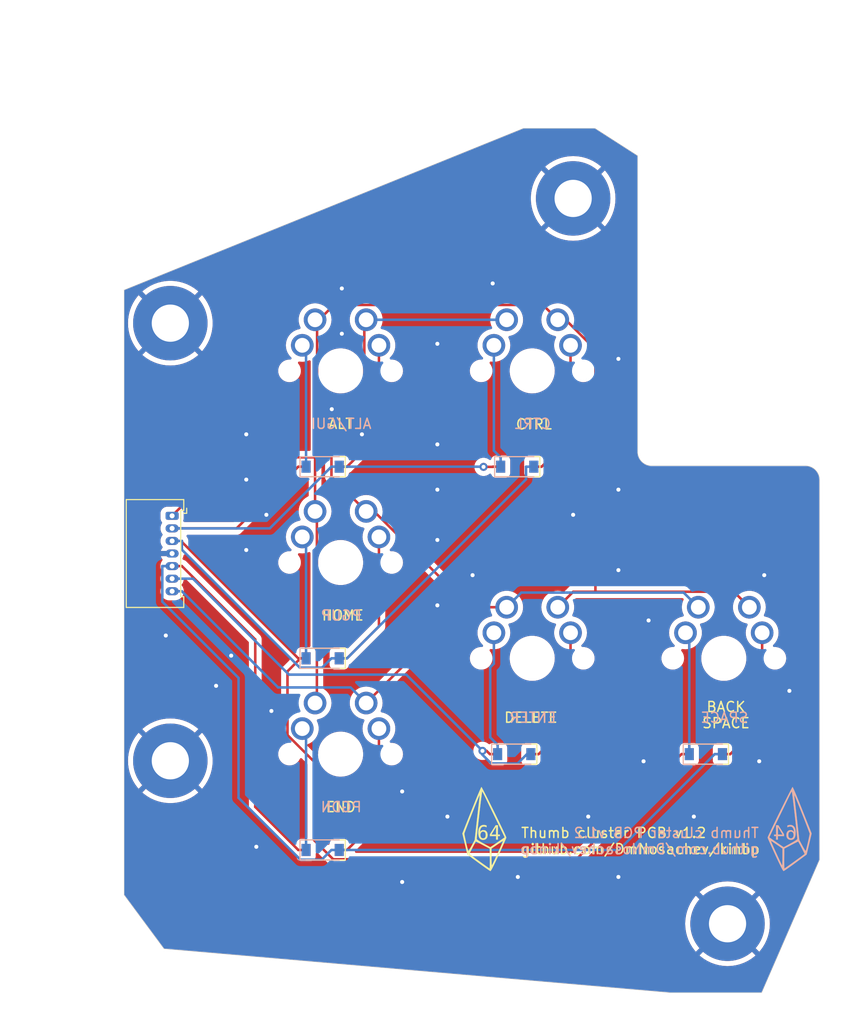
<source format=kicad_pcb>
(kicad_pcb (version 20221018) (generator pcbnew)
  (layers (0 "F.Cu" signal) (31 "B.Cu" signal) (34 "B.Paste" user) (35 "F.Paste" user) (36 "B.SilkS" user "B.Silkscreen") (37 "F.SilkS" user "F.Silkscreen") (38 "B.Mask" user) (39 "F.Mask" user) (44 "Edge.Cuts" user))
  (net 0 "")
  (net 1 "Net-(D25-Pad1)")
  (net 2 "R2")
  (net 3 "Net-(D35-Pad1)")
  (net 4 "GND")
  (net 5 "R3")
  (net 6 "Net-(D36-Pad1)")
  (net 7 "Net-(D46-Pad1)")
  (net 8 "Net-(D55-Pad1)")
  (net 9 "R5")
  (net 10 "Net-(D56-Pad1)")
  (net 11 "Net-(D65-Pad1)")
  (net 12 "R4")
  (net 13 "Net-(D66-Pad1)")
  (net 14 "Net-(D75-Pad1)")
  (net 15 "Net-(D85-Pad1)")
  (net 16 "Net-(D86-Pad1)")
  (net 17 "Net-(D96-Pad1)")
  (net 18 "C6")
  (net 19 "C5")
  (footprint "MountingHole:MountingHole_3.7mm_Pad" (layer "F.Cu") (at 114.5 85.55)
    (fp_text reference "H2" hide)
    (fp_text value "MountingHole_Pad")
    (pad "1" thru_hole circle (at 0 0) (size 7.4 7.4) (drill 3.7) (layers "*.Cu" "*.Mask") (net 4 "GND"))
  )
  (footprint "MountingHole:MountingHole_3.7mm_Pad" (layer "F.Cu") (at 129.85 157.65)
    (fp_text reference "H4" hide)
    (fp_text value "MountingHole_Pad")
    (pad "1" thru_hole circle (at 0 0) (size 7.4 7.4) (drill 3.7) (layers "*.Cu" "*.Mask") (net 4 "GND"))
  )
  (footprint "MountingHole:MountingHole_3.7mm_Pad" (layer "F.Cu") (at 74.45 141.45)
    (fp_text reference "H3" hide)
    (fp_text value "MountingHole_Pad")
    (pad "1" thru_hole circle (at 0 0) (size 7.4 7.4) (drill 3.7) (layers "*.Cu" "*.Mask") (net 4 "GND"))
  )
  (footprint "MountingHole:MountingHole_3.7mm_Pad" (layer "F.Cu") (at 74.45 97.95)
    (fp_text reference "H1" hide)
    (fp_text value "MountingHole_Pad")
    (pad "1" thru_hole circle (at 0 0) (size 7.4 7.4) (drill 3.7) (layers "*.Cu" "*.Mask") (net 4 "GND"))
  )
  (footprint "Diode_SMD:D_SOD-123" (layer "F.Cu") (at 108.9421 112.2163 180)
    (fp_text reference "D56" hide)
    (fp_text value "D")
    (pad "1" smd rect (at -1.65 0 180) (size 0.9 1.2) (layers "F.Cu" "F.Paste" "F.Mask") (net 10 "Net-(D56-Pad1)"))
    (pad "2" smd rect (at 1.65 0 180) (size 0.9 1.2) (layers "F.Cu" "F.Paste" "F.Mask") (net 9 "R5"))
  )
  (footprint "Diode_SMD:D_SOD-123" (layer "F.Cu") (at 89.5945 112.2163 180)
    (fp_text reference "D55" hide)
    (fp_text value "D")
    (pad "1" smd rect (at -1.65 0 180) (size 0.9 1.2) (layers "F.Cu" "F.Paste" "F.Mask") (net 8 "Net-(D55-Pad1)"))
    (pad "2" smd rect (at 1.65 0 180) (size 0.9 1.2) (layers "F.Cu" "F.Paste" "F.Mask") (net 9 "R5"))
  )
  (footprint "Diode_SMD:D_SOD-123" (layer "F.Cu") (at 89.5945 131.2663 180)
    (fp_text reference "D35" hide)
    (fp_text value "D")
    (pad "1" smd rect (at -1.65 0 180) (size 0.9 1.2) (layers "F.Cu" "F.Paste" "F.Mask") (net 3 "Net-(D35-Pad1)"))
    (pad "2" smd rect (at 1.65 0 180) (size 0.9 1.2) (layers "F.Cu" "F.Paste" "F.Mask") (net 5 "R3"))
  )
  (footprint "logo:q64logo" (layer "F.Cu") (at 105.66788 148.232688)
    (fp_text reference "G1" hide)
    (fp_text value "LOGO" hide)
  )
  (footprint "MX_Alps_Hybrid:MXOnly-1U-NoLED" (layer "F.Cu") (at 91.3804 140.7913)
    (fp_text reference "K66")
    (fp_text value "KEYSW")
    (pad "" np_thru_hole circle (at -5.08 0 48.0996) (size 1.75 1.75) (drill 1.75) (layers "*.Cu" "*.Mask"))
    (pad "" np_thru_hole circle (at 0 0) (size 3.9878 3.9878) (drill 3.9878) (layers "*.Cu" "*.Mask"))
    (pad "" np_thru_hole circle (at 5.08 0 48.0996) (size 1.75 1.75) (drill 1.75) (layers "*.Cu" "*.Mask"))
    (pad "1" thru_hole circle (at -3.81 -2.54) (size 2.25 2.25) (drill 1.47) (layers "*.Cu" "B.Mask") (net 13 "Net-(D66-Pad1)"))
    (pad "2" thru_hole circle (at 2.54 -5.08) (size 2.25 2.25) (drill 1.47) (layers "*.Cu" "B.Mask") (net 18 "C6"))
  )
  (footprint "MX_Alps_Hybrid:MXOnly-1U-NoLED" (layer "F.Cu") (at 91.3804 121.7413)
    (fp_text reference "K86")
    (fp_text value "KEYSW")
    (pad "" np_thru_hole circle (at -5.08 0 48.0996) (size 1.75 1.75) (drill 1.75) (layers "*.Cu" "*.Mask"))
    (pad "" np_thru_hole circle (at 0 0) (size 3.9878 3.9878) (drill 3.9878) (layers "*.Cu" "*.Mask"))
    (pad "" np_thru_hole circle (at 5.08 0 48.0996) (size 1.75 1.75) (drill 1.75) (layers "*.Cu" "*.Mask"))
    (pad "1" thru_hole circle (at -3.81 -2.54) (size 2.25 2.25) (drill 1.47) (layers "*.Cu" "B.Mask") (net 16 "Net-(D86-Pad1)"))
    (pad "2" thru_hole circle (at 2.54 -5.08) (size 2.25 2.25) (drill 1.47) (layers "*.Cu" "B.Mask") (net 18 "C6"))
  )
  (footprint "MX_Alps_Hybrid:MXOnly-1U-NoLED" (layer "F.Cu") (at 129.4804 131.2663)
    (fp_text reference "K65")
    (fp_text value "KEYSW")
    (pad "" np_thru_hole circle (at -5.08 0 48.0996) (size 1.75 1.75) (drill 1.75) (layers "*.Cu" "*.Mask"))
    (pad "" np_thru_hole circle (at 0 0) (size 3.9878 3.9878) (drill 3.9878) (layers "*.Cu" "*.Mask"))
    (pad "" np_thru_hole circle (at 5.08 0 48.0996) (size 1.75 1.75) (drill 1.75) (layers "*.Cu" "*.Mask"))
    (pad "1" thru_hole circle (at -3.81 -2.54) (size 2.25 2.25) (drill 1.47) (layers "*.Cu" "B.Mask") (net 11 "Net-(D65-Pad1)"))
    (pad "2" thru_hole circle (at 2.54 -5.08) (size 2.25 2.25) (drill 1.47) (layers "*.Cu" "B.Mask") (net 19 "C5"))
  )
  (footprint "MX_Alps_Hybrid:MXOnly-1U-NoLED" (layer "F.Cu") (at 91.3804 102.6913)
    (fp_text reference "K96")
    (fp_text value "KEYSW")
    (pad "" np_thru_hole circle (at -5.08 0 48.0996) (size 1.75 1.75) (drill 1.75) (layers "*.Cu" "*.Mask"))
    (pad "" np_thru_hole circle (at 0 0) (size 3.9878 3.9878) (drill 3.9878) (layers "*.Cu" "*.Mask"))
    (pad "" np_thru_hole circle (at 5.08 0 48.0996) (size 1.75 1.75) (drill 1.75) (layers "*.Cu" "*.Mask"))
    (pad "1" thru_hole circle (at -3.81 -2.54) (size 2.25 2.25) (drill 1.47) (layers "*.Cu" "B.Mask") (net 17 "Net-(D96-Pad1)"))
    (pad "2" thru_hole circle (at 2.54 -5.08) (size 2.25 2.25) (drill 1.47) (layers "*.Cu" "B.Mask") (net 18 "C6"))
  )
  (footprint "Diode_SMD:D_SOD-123" (layer "F.Cu") (at 127.6944 140.7913 180)
    (fp_text reference "D36" hide)
    (fp_text value "D")
    (pad "1" smd rect (at -1.65 0 180) (size 0.9 1.2) (layers "F.Cu" "F.Paste" "F.Mask") (net 6 "Net-(D36-Pad1)"))
    (pad "2" smd rect (at 1.65 0 180) (size 0.9 1.2) (layers "F.Cu" "F.Paste" "F.Mask") (net 5 "R3"))
  )
  (footprint "Connector_Molex:Molex_PicoBlade_53048-0710_1x07_P1.25mm_Horizontal" (layer "F.Cu") (at 74.6257 117.0983 -90)
    (fp_text reference "J1" hide)
    (fp_text value "Conn_01x07")
    (pad "1" thru_hole roundrect (at 0 0 270) (size 0.8 1.3) (drill 0.5) (layers "*.Cu" "*.Mask") (net 19 "C5"))
    (pad "2" thru_hole oval (at 1.25 0 270) (size 0.8 1.3) (drill 0.5) (layers "*.Cu" "*.Mask") (net 9 "R5"))
    (pad "3" thru_hole oval (at 2.5 0 270) (size 0.8 1.3) (drill 0.5) (layers "*.Cu" "*.Mask") (net 5 "R3"))
    (pad "4" thru_hole oval (at 3.75 0 270) (size 0.8 1.3) (drill 0.5) (layers "*.Cu" "*.Mask") (net 4 "GND"))
    (pad "5" thru_hole oval (at 5 0 270) (size 0.8 1.3) (drill 0.5) (layers "*.Cu" "*.Mask") (net 2 "R2"))
    (pad "6" thru_hole oval (at 6.25 0 270) (size 0.8 1.3) (drill 0.5) (layers "*.Cu" "*.Mask") (net 12 "R4"))
    (pad "7" thru_hole oval (at 7.5 0 270) (size 0.8 1.3) (drill 0.5) (layers "*.Cu" "*.Mask") (net 18 "C6"))
  )
  (footprint "MX_Alps_Hybrid:MXOnly-1U-NoLED" (layer "F.Cu") (at 110.4304 131.2663)
    (fp_text reference "K75")
    (fp_text value "KEYSW")
    (pad "" np_thru_hole circle (at -5.08 0 48.0996) (size 1.75 1.75) (drill 1.75) (layers "*.Cu" "*.Mask"))
    (pad "" np_thru_hole circle (at 0 0) (size 3.9878 3.9878) (drill 3.9878) (layers "*.Cu" "*.Mask"))
    (pad "" np_thru_hole circle (at 5.08 0 48.0996) (size 1.75 1.75) (drill 1.75) (layers "*.Cu" "*.Mask"))
    (pad "1" thru_hole circle (at -3.81 -2.54) (size 2.25 2.25) (drill 1.47) (layers "*.Cu" "B.Mask") (net 14 "Net-(D75-Pad1)"))
    (pad "2" thru_hole circle (at 2.54 -5.08) (size 2.25 2.25) (drill 1.47) (layers "*.Cu" "B.Mask") (net 19 "C5"))
  )
  (footprint "Diode_SMD:D_SOD-123" (layer "F.Cu") (at 108.6444 140.7913 180)
    (fp_text reference "D46" hide)
    (fp_text value "D")
    (pad "1" smd rect (at -1.65 0 180) (size 0.9 1.2) (layers "F.Cu" "F.Paste" "F.Mask") (net 7 "Net-(D46-Pad1)"))
    (pad "2" smd rect (at 1.65 0 180) (size 0.9 1.2) (layers "F.Cu" "F.Paste" "F.Mask") (net 12 "R4"))
  )
  (footprint "Diode_SMD:D_SOD-123" (layer "F.Cu") (at 89.5945 150.3163 180)
    (fp_text reference "D25" hide)
    (fp_text value "D")
    (pad "1" smd rect (at -1.65 0 180) (size 0.9 1.2) (layers "F.Cu" "F.Paste" "F.Mask") (net 1 "Net-(D25-Pad1)"))
    (pad "2" smd rect (at 1.65 0 180) (size 0.9 1.2) (layers "F.Cu" "F.Paste" "F.Mask") (net 2 "R2"))
  )
  (footprint "MX_Alps_Hybrid:MXOnly-1U-NoLED" (layer "F.Cu") (at 110.4304 102.6913)
    (fp_text reference "K85")
    (fp_text value "KEYSW")
    (pad "" np_thru_hole circle (at -5.08 0 48.0996) (size 1.75 1.75) (drill 1.75) (layers "*.Cu" "*.Mask"))
    (pad "" np_thru_hole circle (at 0 0) (size 3.9878 3.9878) (drill 3.9878) (layers "*.Cu" "*.Mask"))
    (pad "" np_thru_hole circle (at 5.08 0 48.0996) (size 1.75 1.75) (drill 1.75) (layers "*.Cu" "*.Mask"))
    (pad "1" thru_hole circle (at -3.81 -2.54) (size 2.25 2.25) (drill 1.47) (layers "*.Cu" "B.Mask") (net 15 "Net-(D85-Pad1)"))
    (pad "2" thru_hole circle (at 2.54 -5.08) (size 2.25 2.25) (drill 1.47) (layers "*.Cu" "B.Mask") (net 19 "C5"))
  )
  (footprint "misc:MXOnly-1U-NoLED-twin" (layer "B.Cu") (at 110.4304 102.6913 180)
    (fp_text reference "K56")
    (fp_text value "KEYSW")
    (pad "1" thru_hole circle (at -3.81 2.54 180) (size 2.25 2.25) (drill 1.47) (layers "*.Cu" "F.Mask") (net 10 "Net-(D56-Pad1)"))
    (pad "2" thru_hole circle (at 2.54 5.08 180) (size 2.25 2.25) (drill 1.47) (layers "*.Cu" "F.Mask") (net 18 "C6"))
  )
  (footprint "misc:MXOnly-1U-NoLED-twin" (layer "B.Cu") (at 91.3804 102.6913 180)
    (fp_text reference "K55")
    (fp_text value "KEYSW")
    (pad "1" thru_hole circle (at -3.81 2.54 180) (size 2.25 2.25) (drill 1.47) (layers "*.Cu" "F.Mask") (net 8 "Net-(D55-Pad1)"))
    (pad "2" thru_hole circle (at 2.54 5.08 180) (size 2.25 2.25) (drill 1.47) (layers "*.Cu" "F.Mask") (net 19 "C5"))
  )
  (footprint "misc:MXOnly-1U-NoLED-twin" (layer "B.Cu") (at 91.3804 121.7413 180)
    (fp_text reference "K35")
    (fp_text value "KEYSW")
    (pad "1" thru_hole circle (at -3.81 2.54 180) (size 2.25 2.25) (drill 1.47) (layers "*.Cu" "F.Mask") (net 3 "Net-(D35-Pad1)"))
    (pad "2" thru_hole circle (at 2.54 5.08 180) (size 2.25 2.25) (drill 1.47) (layers "*.Cu" "F.Mask") (net 19 "C5"))
  )
  (footprint "logo:q64logo" (layer "B.Cu") (at 136.028792 148.232688 180)
    (fp_text reference "G2" hide)
    (fp_text value "LOGO" hide)
  )
  (footprint "misc:MXOnly-1U-NoLED-twin" (layer "B.Cu") (at 129.4804 131.2663 180)
    (fp_text reference "K36")
    (fp_text value "KEYSW")
    (pad "1" thru_hole circle (at -3.81 2.54 180) (size 2.25 2.25) (drill 1.47) (layers "*.Cu" "F.Mask") (net 6 "Net-(D36-Pad1)"))
    (pad "2" thru_hole circle (at 2.54 5.08 180) (size 2.25 2.25) (drill 1.47) (layers "*.Cu" "F.Mask") (net 18 "C6"))
  )
  (footprint "misc:MXOnly-1U-NoLED-twin" (layer "B.Cu") (at 110.4304 131.2663 180)
    (fp_text reference "K46")
    (fp_text value "KEYSW")
    (pad "1" thru_hole circle (at -3.81 2.54 180) (size 2.25 2.25) (drill 1.47) (layers "*.Cu" "F.Mask") (net 7 "Net-(D46-Pad1)"))
    (pad "2" thru_hole circle (at 2.54 5.08 180) (size 2.25 2.25) (drill 1.47) (layers "*.Cu" "F.Mask") (net 18 "C6"))
  )
  (footprint "Diode_SMD:D_SOD-123" (layer "B.Cu") (at 108.6444 140.7913)
    (fp_text reference "D75" hide)
    (fp_text value "D")
    (pad "1" smd rect (at -1.65 0) (size 0.9 1.2) (layers "B.Cu" "B.Paste" "B.Mask") (net 14 "Net-(D75-Pad1)"))
    (pad "2" smd rect (at 1.65 0) (size 0.9 1.2) (layers "B.Cu" "B.Paste" "B.Mask") (net 12 "R4"))
  )
  (footprint "misc:MXOnly-1U-NoLED-twin" (layer "B.Cu") (at 91.3804 140.7913 180)
    (fp_text reference "K25")
    (fp_text value "KEYSW")
    (pad "1" thru_hole circle (at -3.81 2.54 180) (size 2.25 2.25) (drill 1.47) (layers "*.Cu" "F.Mask") (net 1 "Net-(D25-Pad1)"))
    (pad "2" thru_hole circle (at 2.54 5.08 180) (size 2.25 2.25) (drill 1.47) (layers "*.Cu" "F.Mask") (net 19 "C5"))
  )
  (footprint "Diode_SMD:D_SOD-123" (layer "B.Cu") (at 89.5945 150.3163)
    (fp_text reference "D66" hide)
    (fp_text value "D")
    (pad "1" smd rect (at -1.65 0) (size 0.9 1.2) (layers "B.Cu" "B.Paste" "B.Mask") (net 13 "Net-(D66-Pad1)"))
    (pad "2" smd rect (at 1.65 0) (size 0.9 1.2) (layers "B.Cu" "B.Paste" "B.Mask") (net 2 "R2"))
  )
  (footprint "Diode_SMD:D_SOD-123" (layer "B.Cu") (at 127.6944 140.7913)
    (fp_text reference "D65" hide)
    (fp_text value "D")
    (pad "1" smd rect (at -1.65 0) (size 0.9 1.2) (layers "B.Cu" "B.Paste" "B.Mask") (net 11 "Net-(D65-Pad1)"))
    (pad "2" smd rect (at 1.65 0) (size 0.9 1.2) (layers "B.Cu" "B.Paste" "B.Mask") (net 2 "R2"))
  )
  (footprint "Diode_SMD:D_SOD-123" (layer "B.Cu") (at 108.9421 112.2163)
    (fp_text reference "D85" hide)
    (fp_text value "D")
    (pad "1" smd rect (at -1.65 0) (size 0.9 1.2) (layers "B.Cu" "B.Paste" "B.Mask") (net 15 "Net-(D85-Pad1)"))
    (pad "2" smd rect (at 1.65 0) (size 0.9 1.2) (layers "B.Cu" "B.Paste" "B.Mask") (net 5 "R3"))
  )
  (footprint "Diode_SMD:D_SOD-123" (layer "B.Cu") (at 89.5945 112.2163)
    (fp_text reference "D96" hide)
    (fp_text value "D")
    (pad "1" smd rect (at -1.65 0) (size 0.9 1.2) (layers "B.Cu" "B.Paste" "B.Mask") (net 17 "Net-(D96-Pad1)"))
    (pad "2" smd rect (at 1.65 0) (size 0.9 1.2) (layers "B.Cu" "B.Paste" "B.Mask") (net 9 "R5"))
  )
  (footprint "Diode_SMD:D_SOD-123" (layer "B.Cu") (at 89.5945 131.2663)
    (fp_text reference "D86" hide)
    (fp_text value "D")
    (pad "1" smd rect (at -1.65 0) (size 0.9 1.2) (layers "B.Cu" "B.Paste" "B.Mask") (net 16 "Net-(D86-Pad1)"))
    (pad "2" smd rect (at 1.65 0) (size 0.9 1.2) (layers "B.Cu" "B.Paste" "B.Mask") (net 5 "R3"))
  )
  (gr_line (start 73.818812 160.139197) (end 124.125 164.5) (stroke (width 0.05)) (layer "Edge.Cuts"))
  (gr_arc (start 122.316 112.128218) (mid 121.326051 111.718167) (end 120.916 110.728218) (stroke (width 0.05)) (layer "Edge.Cuts"))
  (gr_arc (start 137.6 112.128125) (mid 138.589949 112.538176) (end 139 113.528125) (stroke (width 0.05)) (layer "Edge.Cuts"))
  (gr_line (start 109.5375 78.58125) (end 69.85 94.648) (stroke (width 0.05)) (layer "Edge.Cuts"))
  (gr_line (start 109.5375 78.58125) (end 116.68125 78.58125) (stroke (width 0.05)) (layer "Edge.Cuts"))
  (gr_line (start 139 113.528125) (end 139 151.29) (stroke (width 0.05)) (layer "Edge.Cuts"))
  (gr_line (start 137.6 112.128125) (end 122.316 112.128125) (stroke (width 0.05)) (layer "Edge.Cuts"))
  (gr_line (start 69.85 154.78138) (end 73.818812 160.139197) (stroke (width 0.05)) (layer "Edge.Cuts"))
  (gr_line (start 120.916 81.3) (end 120.916 110.728218) (stroke (width 0.05)) (layer "Edge.Cuts"))
  (gr_line (start 69.85 94.648) (end 69.85 154.78138) (stroke (width 0.05)) (layer "Edge.Cuts"))
  (gr_line (start 116.68125 78.58125) (end 120.916 81.3) (stroke (width 0.05)) (layer "Edge.Cuts"))
  (gr_line (start 139 151.29) (end 133.25 164.5) (stroke (width 0.05)) (layer "Edge.Cuts"))
  (gr_line (start 133.25 164.5) (end 124.125 164.5) (stroke (width 0.05)) (layer "Edge.Cuts"))
  (gr_text "Thumb cluster PCB v1.2\ngithub.com/DmNosachev/kinbp" (at 133.052232 149.423312) (layer "B.SilkS") (effects (font (size 1 1)) (justify left mirror)))
  (gr_text "PGUP" (at 91.44 127) (layer "B.SilkS") (effects (font (size 1 1)) (justify mirror)))
  (gr_text "ALT/GUI" (at 91.44 107.95) (layer "B.SilkS") (effects (font (size 1 1)) (justify mirror)))
  (gr_text "SPACE" (at 129.54 137.16) (layer "B.SilkS") (effects (font (size 1 1)) (justify mirror)))
  (gr_text "PGDN" (at 91.44 146.05) (layer "B.SilkS") (effects (font (size 1 1)) (justify mirror)))
  (gr_text "ENTER" (at 110.49 137.16) (layer "B.SilkS") (effects (font (size 1 1)) (justify mirror)))
  (gr_text "CTRL" (at 110.49 107.95) (layer "B.SilkS") (effects (font (size 1 1)) (justify mirror)))
  (gr_text "CTRL" (at 110.6 108) (layer "F.SilkS") (effects (font (size 1 1))))
  (gr_text "ALT" (at 91.4 107.95) (layer "F.SilkS") (effects (font (size 1 1))))
  (gr_text "HOME" (at 91.6 127) (layer "F.SilkS") (effects (font (size 1 1))))
  (gr_text "END" (at 91.4 146.05) (layer "F.SilkS") (effects (font (size 1 1))))
  (gr_text "DELETE" (at 110.3 137.16) (layer "F.SilkS") (effects (font (size 1 1))))
  (gr_text "BACK\nSPACE" (at 129.7 136.9) (layer "F.SilkS") (effects (font (size 1 1))))
  (gr_text "Thumb cluster PCB v1.2\ngithub.com/DmNosachev/kinbp" (at 109.239752 149.423312) (layer "F.SilkS") (effects (font (size 1 1)) (justify left)))
  (segment (start 95.1904 147.1457) (end 92.0198 150.3163) (width 0.25) (layer "F.Cu") (net 1))
  (segment (start 91.2445 150.3163) (end 92.0198 150.3163) (width 0.25) (layer "F.Cu") (net 1))
  (segment (start 95.1904 138.2513) (end 95.1904 147.1457) (width 0.25) (layer "F.Cu") (net 1))
  (segment (start 82.8942 146.0413) (end 82.8942 129.3915) (width 0.25) (layer "F.Cu") (net 2))
  (segment (start 87.1692 150.3163) (end 82.8942 146.0413) (width 0.25) (layer "F.Cu") (net 2))
  (segment (start 82.8942 129.3915) (end 75.601 122.0983) (width 0.25) (layer "F.Cu") (net 2))
  (segment (start 87.9445 150.3163) (end 87.1692 150.3163) (width 0.25) (layer "F.Cu") (net 2))
  (segment (start 74.6257 122.0983) (end 75.601 122.0983) (width 0.25) (layer "F.Cu") (net 2))
  (segment (start 90.4692 150.3163) (end 89.5017 151.2838) (width 0.25) (layer "B.Cu") (net 2))
  (segment (start 119.0441 150.3163) (end 91.2445 150.3163) (width 0.25) (layer "B.Cu") (net 2))
  (segment (start 74.6257 122.0983) (end 73.6504 122.0983) (width 0.25) (layer "B.Cu") (net 2))
  (segment (start 91.2445 150.3163) (end 90.4692 150.3163) (width 0.25) (layer "B.Cu") (net 2))
  (segment (start 81.2317 145.1352) (end 81.2317 133.2138) (width 0.25) (layer "B.Cu") (net 2))
  (segment (start 128.5691 140.7913) (end 119.0441 150.3163) (width 0.25) (layer "B.Cu") (net 2))
  (segment (start 129.3444 140.7913) (end 128.5691 140.7913) (width 0.25) (layer "B.Cu") (net 2))
  (segment (start 81.2317 133.2138) (end 73.6504 125.6325) (width 0.25) (layer "B.Cu") (net 2))
  (segment (start 87.3803 151.2838) (end 81.2317 145.1352) (width 0.25) (layer "B.Cu") (net 2))
  (segment (start 73.6504 125.6325) (end 73.6504 122.0983) (width 0.25) (layer "B.Cu") (net 2))
  (segment (start 89.5017 151.2838) (end 87.3803 151.2838) (width 0.25) (layer "B.Cu") (net 2))
  (segment (start 95.1904 119.2013) (end 95.1904 128.0957) (width 0.25) (layer "F.Cu") (net 3))
  (segment (start 91.2445 131.2663) (end 92.0198 131.2663) (width 0.25) (layer "F.Cu") (net 3))
  (segment (start 95.1904 128.0957) (end 92.0198 131.2663) (width 0.25) (layer "F.Cu") (net 3))
  (via (at 116 147) (size 0.8) (drill 0.4) (layers "F.Cu" "B.Cu") (net 4))
  (via (at 121.5 141.5) (size 0.8) (drill 0.4) (layers "F.Cu" "B.Cu") (net 4))
  (via (at 119 114.5) (size 0.8) (drill 0.4) (layers "F.Cu" "B.Cu") (net 4))
  (via (at 91.5 94.5) (size 0.8) (drill 0.4) (layers "F.Cu" "B.Cu") (net 4))
  (via (at 101 126) (size 0.8) (drill 0.4) (layers "F.Cu" "B.Cu") (net 4))
  (via (at 119 101.5) (size 0.8) (drill 0.4) (layers "F.Cu" "B.Cu") (net 4))
  (via (at 90.5 106.5) (size 0.8) (drill 0.4) (layers "F.Cu" "B.Cu") (net 4))
  (via (at 84.5 136.5) (size 0.8) (drill 0.4) (layers "F.Cu" "B.Cu") (net 4))
  (via (at 82 120.5) (size 0.8) (drill 0.4) (layers "F.Cu" "B.Cu") (net 4))
  (via (at 114.5 117) (size 0.8) (drill 0.4) (layers "F.Cu" "B.Cu") (net 4))
  (via (at 97.5 144.5) (size 0.8) (drill 0.4) (layers "F.Cu" "B.Cu") (net 4))
  (via (at 83 150) (size 0.8) (drill 0.4) (layers "F.Cu" "B.Cu") (net 4))
  (via (at 122 127.5) (size 0.8) (drill 0.4) (layers "F.Cu" "B.Cu") (net 4))
  (via (at 102 147) (size 0.8) (drill 0.4) (layers "F.Cu" "B.Cu") (net 4))
  (via (at 119 153) (size 0.8) (drill 0.4) (layers "F.Cu" "B.Cu") (net 4))
  (via (at 119 122.5) (size 0.8) (drill 0.4) (layers "F.Cu" "B.Cu") (net 4))
  (via (at 74 129) (size 0.8) (drill 0.4) (layers "F.Cu" "B.Cu") (net 4))
  (via (at 101 100) (size 0.8) (drill 0.4) (layers "F.Cu" "B.Cu") (net 4))
  (via (at 101 110) (size 0.8) (drill 0.4) (layers "F.Cu" "B.Cu") (net 4))
  (via (at 80.5 131) (size 0.8) (drill 0.4) (layers "F.Cu" "B.Cu") (net 4))
  (via (at 133.5 123) (size 0.8) (drill 0.4) (layers "F.Cu" "B.Cu") (net 4))
  (via (at 82 113.5) (size 0.8) (drill 0.4) (layers "F.Cu" "B.Cu") (net 4))
  (via (at 106.5 94) (size 0.8) (drill 0.4) (layers "F.Cu" "B.Cu") (net 4))
  (via (at 84 117) (size 0.8) (drill 0.4) (layers "F.Cu" "B.Cu") (net 4))
  (via (at 101 119.5) (size 0.8) (drill 0.4) (layers "F.Cu" "B.Cu") (net 4))
  (via (at 126.5 147) (size 0.8) (drill 0.4) (layers "F.Cu" "B.Cu") (net 4))
  (via (at 133 141.5) (size 0.8) (drill 0.4) (layers "F.Cu" "B.Cu") (net 4))
  (via (at 82 109) (size 0.8) (drill 0.4) (layers "F.Cu" "B.Cu") (net 4))
  (via (at 109 153) (size 0.8) (drill 0.4) (layers "F.Cu" "B.Cu") (net 4))
  (via (at 91.5 99) (size 0.8) (drill 0.4) (layers "F.Cu" "B.Cu") (net 4))
  (via (at 79 134) (size 0.8) (drill 0.4) (layers "F.Cu" "B.Cu") (net 4))
  (via (at 93.5 109) (size 0.8) (drill 0.4) (layers "F.Cu" "B.Cu") (net 4))
  (via (at 136 134.5) (size 0.8) (drill 0.4) (layers "F.Cu" "B.Cu") (net 4))
  (via (at 97.5 153.5) (size 0.8) (drill 0.4) (layers "F.Cu" "B.Cu") (net 4))
  (via (at 101 114.5) (size 0.8) (drill 0.4) (layers "F.Cu" "B.Cu") (net 4))
  (via (at 104.5 123) (size 0.8) (drill 0.4) (layers "F.Cu" "B.Cu") (net 4))
  (segment (start 86.0986 138.8918) (end 88.7199 141.5131) (width 0.25) (layer "F.Cu") (net 5))
  (segment (start 86.0986 132.5577) (end 86.0986 138.8918) (width 0.25) (layer "F.Cu") (net 5))
  (segment (start 126.0444 140.7913) (end 125.2691 140.7913) (width 0.25) (layer "F.Cu") (net 5))
  (segment (start 90.6415 151.2417) (end 114.8187 151.2417) (width 0.25) (layer "F.Cu") (net 5))
  (segment (start 87.3923 131.2663) (end 87.39 131.2663) (width 0.25) (layer "F.Cu") (net 5))
  (segment (start 88.7199 149.3201) (end 90.6415 151.2417) (width 0.25) (layer "F.Cu") (net 5))
  (segment (start 74.6257 119.5983) (end 75.601 119.5983) (width 0.25) (layer "F.Cu") (net 5))
  (segment (start 87.39 131.2663) (end 87.1692 131.2663) (width 0.25) (layer "F.Cu") (net 5))
  (segment (start 114.8187 151.2417) (end 125.2691 140.7913) (width 0.25) (layer "F.Cu") (net 5))
  (segment (start 75.601 119.6981) (end 87.1692 131.2663) (width 0.25) (layer "F.Cu") (net 5))
  (segment (start 87.39 131.2663) (end 86.0986 132.5577) (width 0.25) (layer "F.Cu") (net 5))
  (segment (start 87.9445 131.2663) (end 87.3923 131.2663) (width 0.25) (layer "F.Cu") (net 5))
  (segment (start 75.601 119.5983) (end 75.601 119.6981) (width 0.25) (layer "F.Cu") (net 5))
  (segment (start 88.7199 141.5131) (end 88.7199 149.3201) (width 0.25) (layer "F.Cu") (net 5))
  (segment (start 109.8168 113.4693) (end 92.0198 131.2663) (width 0.25) (layer "B.Cu") (net 5))
  (segment (start 91.2445 131.2663) (end 90.4692 131.2663) (width 0.25) (layer "B.Cu") (net 5))
  (segment (start 109.8168 112.2163) (end 109.8168 113.4693) (width 0.25) (layer "B.Cu") (net 5))
  (segment (start 90.4692 131.2663) (end 89.5438 132.1917) (width 0.25) (layer "B.Cu") (net 5))
  (segment (start 91.2445 131.2663) (end 92.0198 131.2663) (width 0.25) (layer "B.Cu") (net 5))
  (segment (start 87.3245 132.1917) (end 75.601 120.4682) (width 0.25) (layer "B.Cu") (net 5))
  (segment (start 74.6257 119.5983) (end 75.601 119.5983) (width 0.25) (layer "B.Cu") (net 5))
  (segment (start 110.5921 112.2163) (end 109.8168 112.2163) (width 0.25) (layer "B.Cu") (net 5))
  (segment (start 75.601 120.4682) (end 75.601 119.5983) (width 0.25) (layer "B.Cu") (net 5))
  (segment (start 89.5438 132.1917) (end 87.3245 132.1917) (width 0.25) (layer "B.Cu") (net 5))
  (segment (start 133.2904 137.6206) (end 130.1197 140.7913) (width 0.25) (layer "F.Cu") (net 6))
  (segment (start 129.3444 140.7913) (end 130.1197 140.7913) (width 0.25) (layer "F.Cu") (net 6))
  (segment (start 133.2904 128.7263) (end 133.2904 137.6206) (width 0.25) (layer "F.Cu") (net 6))
  (segment (start 114.2404 137.6206) (end 111.0697 140.7913) (width 0.25) (layer "F.Cu") (net 7))
  (segment (start 110.2944 140.7913) (end 111.0697 140.7913) (width 0.25) (layer "F.Cu") (net 7))
  (segment (start 114.2404 128.7263) (end 114.2404 137.6206) (width 0.25) (layer "F.Cu") (net 7))
  (segment (start 95.1904 109.0457) (end 92.0198 112.2163) (width 0.25) (layer "F.Cu") (net 8))
  (segment (start 91.2445 112.2163) (end 92.0198 112.2163) (width 0.25) (layer "F.Cu") (net 8))
  (segment (start 95.1904 100.1513) (end 95.1904 109.0457) (width 0.25) (layer "F.Cu") (net 8))
  (segment (start 74.6257 118.3483) (end 81.0372 118.3483) (width 0.25) (layer "F.Cu") (net 9))
  (segment (start 87.9445 112.2163) (end 87.1692 112.2163) (width 0.25) (layer "F.Cu") (net 9))
  (segment (start 107.2921 112.2163) (end 106.5168 112.2163) (width 0.25) (layer "F.Cu") (net 9))
  (segment (start 81.0372 118.3483) (end 87.1692 112.2163) (width 0.25) (layer "F.Cu") (net 9))
  (segment (start 105.5903 112.2346) (end 106.4985 112.2346) (width 0.25) (layer "F.Cu") (net 9))
  (segment (start 106.4985 112.2346) (end 106.5168 112.2163) (width 0.25) (layer "F.Cu") (net 9))
  (via (at 105.5903 112.2346) (size 0.8) (drill 0.4) (layers "F.Cu" "B.Cu") (net 9))
  (segment (start 91.2445 112.2163) (end 90.4692 112.2163) (width 0.25) (layer "B.Cu") (net 9))
  (segment (start 84.3372 118.3483) (end 74.6257 118.3483) (width 0.25) (layer "B.Cu") (net 9))
  (segment (start 105.572 112.2163) (end 91.2445 112.2163) (width 0.25) (layer "B.Cu") (net 9))
  (segment (start 90.4692 112.2163) (end 84.3372 118.3483) (width 0.25) (layer "B.Cu") (net 9))
  (segment (start 105.5903 112.2346) (end 105.572 112.2163) (width 0.25) (layer "B.Cu") (net 9))
  (segment (start 110.5921 112.2163) (end 111.3674 112.2163) (width 0.25) (layer "F.Cu") (net 10))
  (segment (start 114.2404 100.1513) (end 114.2404 109.3433) (width 0.25) (layer "F.Cu") (net 10))
  (segment (start 114.2404 109.3433) (end 111.3674 112.2163) (width 0.25) (layer "F.Cu") (net 10))
  (segment (start 126.0444 140.7913) (end 126.0444 129.1003) (width 0.25) (layer "B.Cu") (net 11))
  (segment (start 126.0444 129.1003) (end 125.6704 128.7263) (width 0.25) (layer "B.Cu") (net 11))
  (segment (start 105.8914 140.4636) (end 106.2191 140.7913) (width 0.25) (layer "F.Cu") (net 12))
  (segment (start 106.9944 140.7913) (end 106.2191 140.7913) (width 0.25) (layer "F.Cu") (net 12))
  (segment (start 105.4848 140.4636) (end 105.8914 140.4636) (width 0.25) (layer "F.Cu") (net 12))
  (via (at 105.4848 140.4636) (size 0.8) (drill 0.4) (layers "F.Cu" "B.Cu") (net 12))
  (segment (start 105.4848 140.4636) (end 97.9096 132.8884) (width 0.25) (layer "B.Cu") (net 12))
  (segment (start 110.2944 140.7913) (end 109.9068 140.7913) (width 0.25) (layer "B.Cu") (net 12))
  (segment (start 86.2425 132.8884) (end 76.7024 123.3483) (width 0.25) (layer "B.Cu") (net 12))
  (segment (start 106.3462 141.7167) (end 105.4848 140.8553) (width 0.25) (layer "B.Cu") (net 12))
  (segment (start 97.9096 132.8884) (end 86.2425 132.8884) (width 0.25) (layer "B.Cu") (net 12))
  (segment (start 109.9068 140.7913) (end 108.9814 141.7167) (width 0.25) (layer "B.Cu") (net 12))
  (segment (start 105.4848 140.8553) (end 105.4848 140.4636) (width 0.25) (layer "B.Cu") (net 12))
  (segment (start 76.7024 123.3483) (end 74.6257 123.3483) (width 0.25) (layer "B.Cu") (net 12))
  (segment (start 108.9814 141.7167) (end 106.3462 141.7167) (width 0.25) (layer "B.Cu") (net 12))
  (segment (start 87.9445 150.3163) (end 87.9445 138.6254) (width 0.25) (layer "B.Cu") (net 13))
  (segment (start 87.9445 138.6254) (end 87.5704 138.2513) (width 0.25) (layer "B.Cu") (net 13))
  (segment (start 106.6204 131.7963) (end 106.6204 128.7263) (width 0.25) (layer "B.Cu") (net 14))
  (segment (start 106.9944 140.7913) (end 106.9944 139.866) (width 0.25) (layer "B.Cu") (net 14))
  (segment (start 106.2563 139.1279) (end 106.2563 132.1604) (width 0.25) (layer "B.Cu") (net 14))
  (segment (start 106.9944 139.866) (end 106.2563 139.1279) (width 0.25) (layer "B.Cu") (net 14))
  (segment (start 106.2563 132.1604) (end 106.6204 131.7963) (width 0.25) (layer "B.Cu") (net 14))
  (segment (start 106.6204 110.6193) (end 106.6204 100.1513) (width 0.25) (layer "B.Cu") (net 15))
  (segment (start 107.2921 112.2163) (end 107.2921 111.291) (width 0.25) (layer "B.Cu") (net 15))
  (segment (start 107.2921 111.291) (end 106.6204 110.6193) (width 0.25) (layer "B.Cu") (net 15))
  (segment (start 87.9445 131.2663) (end 87.9445 119.5754) (width 0.25) (layer "B.Cu") (net 16))
  (segment (start 87.9445 119.5754) (end 87.5704 119.2013) (width 0.25) (layer "B.Cu") (net 16))
  (segment (start 87.9445 112.2163) (end 87.9445 100.5254) (width 0.25) (layer "B.Cu") (net 17))
  (segment (start 87.9445 100.5254) (end 87.5704 100.1513) (width 0.25) (layer "B.Cu") (net 17))
  (segment (start 93.9204 97.6113) (end 93.7366 97.7951) (width 0.25) (layer "F.Cu") (net 18))
  (segment (start 93.7366 105.93) (end 90.4691 109.1975) (width 0.25) (layer "F.Cu") (net 18))
  (segment (start 90.4691 113.21) (end 93.9204 116.6613) (width 0.25) (layer "F.Cu") (net 18))
  (segment (start 90.4691 109.1975) (end 90.4691 113.21) (width 0.25) (layer "F.Cu") (net 18))
  (segment (start 94.7095 116.6613) (end 93.9204 116.6613) (width 0.25) (layer "F.Cu") (net 18))
  (segment (start 103.4454 126.1863) (end 103.4454 125.3972) (width 0.25) (layer "F.Cu") (net 18))
  (segment (start 103.4454 125.3972) (end 94.7095 116.6613) (width 0.25) (layer "F.Cu") (net 18))
  (segment (start 103.4454 126.1863) (end 93.9204 135.7113) (width 0.25) (layer "F.Cu") (net 18))
  (segment (start 107.8904 126.1863) (end 103.4454 126.1863) (width 0.25) (layer "F.Cu") (net 18))
  (segment (start 93.7366 97.7951) (end 93.7366 105.93) (width 0.25) (layer "F.Cu") (net 18))
  (segment (start 85.1646 134.1619) (end 75.601 124.5983) (width 0.25) (layer "B.Cu") (net 18))
  (segment (start 107.8904 126.1863) (end 109.3447 124.732) (width 0.25) (layer "B.Cu") (net 18))
  (segment (start 92.371 134.1619) (end 85.1646 134.1619) (width 0.25) (layer "B.Cu") (net 18))
  (segment (start 107.8904 97.6113) (end 93.9204 97.6113) (width 0.25) (layer "B.Cu") (net 18))
  (segment (start 93.9204 135.7113) (end 92.371 134.1619) (width 0.25) (layer "B.Cu") (net 18))
  (segment (start 74.6257 124.5983) (end 75.601 124.5983) (width 0.25) (layer "B.Cu") (net 18))
  (segment (start 109.3447 124.732) (end 125.4861 124.732) (width 0.25) (layer "B.Cu") (net 18))
  (segment (start 125.4861 124.732) (end 126.9404 126.1863) (width 0.25) (layer "B.Cu") (net 18))
  (segment (start 90.7145 96.141) (end 89.0423 97.8132) (width 0.25) (layer "F.Cu") (net 19))
  (segment (start 114.5099 124.6468) (end 116.7149 124.6468) (width 0.25) (layer "F.Cu") (net 19))
  (segment (start 116.7149 124.6468) (end 116.7149 100.5732) (width 0.25) (layer "F.Cu") (net 19))
  (segment (start 111.5001 96.141) (end 90.7145 96.141) (width 0.25) (layer "F.Cu") (net 19))
  (segment (start 89.0423 97.8132) (end 89.0423 111.0821) (width 0.25) (layer "F.Cu") (net 19))
  (segment (start 116.7149 100.5732) (end 113.753 97.6113) (width 0.25) (layer "F.Cu") (net 19))
  (segment (start 89.0208 135.5309) (end 89.0208 116.8417) (width 0.25) (layer "F.Cu") (net 19))
  (segment (start 80.44 111.284) (end 74.6257 117.0983) (width 0.25) (layer "F.Cu") (net 19))
  (segment (start 112.9704 97.6113) (end 111.5001 96.141) (width 0.25) (layer "F.Cu") (net 19))
  (segment (start 130.4809 124.6468) (end 132.0204 126.1863) (width 0.25) (layer "F.Cu") (net 19))
  (segment (start 88.8404 111.284) (end 80.44 111.284) (width 0.25) (layer "F.Cu") (net 19))
  (segment (start 112.9704 126.1863) (end 114.5099 124.6468) (width 0.25) (layer "F.Cu") (net 19))
  (segment (start 88.8404 97.6113) (end 89.0423 97.8132) (width 0.25) (layer "F.Cu") (net 19))
  (segment (start 116.7149 124.6468) (end 130.4809 124.6468) (width 0.25) (layer "F.Cu") (net 19))
  (segment (start 88.8404 135.7113) (end 89.0208 135.5309) (width 0.25) (layer "F.Cu") (net 19))
  (segment (start 88.8404 111.284) (end 88.8404 116.6613) (width 0.25) (layer "F.Cu") (net 19))
  (segment (start 113.753 97.6113) (end 112.9704 97.6113) (width 0.25) (layer "F.Cu") (net 19))
  (segment (start 89.0208 116.8417) (end 88.8404 116.6613) (width 0.25) (layer "F.Cu") (net 19))
  (segment (start 89.0423 111.0821) (end 88.8404 111.284) (width 0.25) (layer "F.Cu") (net 19))
  (zone (net 4) (net_name "GND") (layer "F.Cu") (connect_pads (clearance 0.508)) (min_thickness 0.254) (fill yes (thermal_gap 0.508) (thermal_bridge_width 0.508))
    (polygon (pts (xy 142.24 167.64) (xy 66.04 167.64) (xy 66.04 76.2) (xy 142.24 76.2)))
  )
  (zone (net 4) (net_name "GND") (layer "B.Cu") (connect_pads (clearance 0.508)) (min_thickness 0.254) (fill yes (thermal_gap 0.508) (thermal_bridge_width 0.508))
    (polygon (pts (xy 142.24 167.64) (xy 66.04 167.64) (xy 66.04 76.2) (xy 142.24 76.2)))
  )
)
</source>
